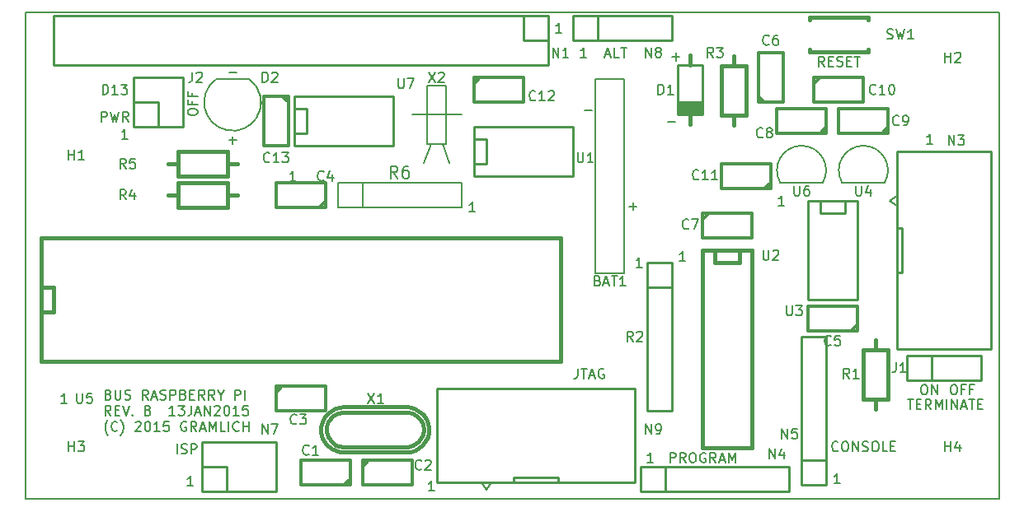
<source format=gto>
%FSLAX36Y36*%
G04 Gerber Fmt 3.6, Leading zero omitted, Abs format (unit inch)*
G04 Created by KiCad (PCBNEW (2014-jul-16 BZR unknown)-product) date Tue 13 Jan 2015 03:14:55 PM PST*
%MOIN*%
G01*
G04 APERTURE LIST*
%ADD10C,0.003937*%
%ADD11C,0.008000*%
%ADD12C,0.007874*%
%ADD13C,0.012000*%
%ADD14C,0.015000*%
%ADD15C,0.010000*%
%ADD16C,0.005906*%
G04 APERTURE END LIST*
D10*
D11*
X6197524Y-4330857D02*
X6228000Y-4330857D01*
X6378524Y-4721857D02*
X6409000Y-4721857D01*
X6393762Y-4737095D02*
X6393762Y-4706619D01*
X5030476Y-4618095D02*
X5007619Y-4618095D01*
X5019048Y-4618095D02*
X5019048Y-4578095D01*
X5015238Y-4583810D01*
X5011429Y-4587619D01*
X5007619Y-4589524D01*
X7503810Y-5503095D02*
X7526667Y-5503095D01*
X7515238Y-5543095D02*
X7515238Y-5503095D01*
X7540000Y-5522143D02*
X7553333Y-5522143D01*
X7559048Y-5543095D02*
X7540000Y-5543095D01*
X7540000Y-5503095D01*
X7559048Y-5503095D01*
X7599048Y-5543095D02*
X7585714Y-5524048D01*
X7576190Y-5543095D02*
X7576190Y-5503095D01*
X7591429Y-5503095D01*
X7595238Y-5505000D01*
X7597143Y-5506905D01*
X7599048Y-5510714D01*
X7599048Y-5516429D01*
X7597143Y-5520238D01*
X7595238Y-5522143D01*
X7591429Y-5524048D01*
X7576190Y-5524048D01*
X7616190Y-5543095D02*
X7616190Y-5503095D01*
X7629524Y-5531667D01*
X7642857Y-5503095D01*
X7642857Y-5543095D01*
X7661905Y-5543095D02*
X7661905Y-5503095D01*
X7680952Y-5543095D02*
X7680952Y-5503095D01*
X7703810Y-5543095D01*
X7703810Y-5503095D01*
X7720952Y-5531667D02*
X7740000Y-5531667D01*
X7717143Y-5543095D02*
X7730476Y-5503095D01*
X7743810Y-5543095D01*
X7751429Y-5503095D02*
X7774286Y-5503095D01*
X7762857Y-5543095D02*
X7762857Y-5503095D01*
X7787619Y-5522143D02*
X7800952Y-5522143D01*
X7806667Y-5543095D02*
X7787619Y-5543095D01*
X7787619Y-5503095D01*
X7806667Y-5503095D01*
X6205476Y-4118095D02*
X6182619Y-4118095D01*
X6194048Y-4118095D02*
X6194048Y-4078095D01*
X6190238Y-4083810D01*
X6186429Y-4087619D01*
X6182619Y-4089524D01*
X6282619Y-4106667D02*
X6301667Y-4106667D01*
X6278810Y-4118095D02*
X6292143Y-4078095D01*
X6305476Y-4118095D01*
X6337857Y-4118095D02*
X6318810Y-4118095D01*
X6318810Y-4078095D01*
X6345476Y-4078095D02*
X6368333Y-4078095D01*
X6356905Y-4118095D02*
X6356905Y-4078095D01*
X4593095Y-4342857D02*
X4593095Y-4335238D01*
X4595000Y-4331429D01*
X4598810Y-4327619D01*
X4606429Y-4325714D01*
X4619762Y-4325714D01*
X4627381Y-4327619D01*
X4631190Y-4331429D01*
X4633095Y-4335238D01*
X4633095Y-4342857D01*
X4631190Y-4346667D01*
X4627381Y-4350476D01*
X4619762Y-4352381D01*
X4606429Y-4352381D01*
X4598810Y-4350476D01*
X4595000Y-4346667D01*
X4593095Y-4342857D01*
X4612143Y-4295238D02*
X4612143Y-4308571D01*
X4633095Y-4308571D02*
X4593095Y-4308571D01*
X4593095Y-4289524D01*
X4612143Y-4260952D02*
X4612143Y-4274286D01*
X4633095Y-4274286D02*
X4593095Y-4274286D01*
X4593095Y-4255238D01*
X4249524Y-4268095D02*
X4249524Y-4228095D01*
X4259048Y-4228095D01*
X4264762Y-4230000D01*
X4268571Y-4233810D01*
X4270476Y-4237619D01*
X4272381Y-4245238D01*
X4272381Y-4250952D01*
X4270476Y-4258571D01*
X4268571Y-4262381D01*
X4264762Y-4266190D01*
X4259048Y-4268095D01*
X4249524Y-4268095D01*
X4310476Y-4268095D02*
X4287619Y-4268095D01*
X4299048Y-4268095D02*
X4299048Y-4228095D01*
X4295238Y-4233810D01*
X4291429Y-4237619D01*
X4287619Y-4239524D01*
X4323810Y-4228095D02*
X4348571Y-4228095D01*
X4335238Y-4243333D01*
X4340952Y-4243333D01*
X4344762Y-4245238D01*
X4346667Y-4247143D01*
X4348571Y-4250952D01*
X4348571Y-4260476D01*
X4346667Y-4264286D01*
X4344762Y-4266190D01*
X4340952Y-4268095D01*
X4329524Y-4268095D01*
X4325714Y-4266190D01*
X4323810Y-4264286D01*
X7005476Y-4718095D02*
X6982619Y-4718095D01*
X6994048Y-4718095D02*
X6994048Y-4678095D01*
X6990238Y-4683810D01*
X6986429Y-4687619D01*
X6982619Y-4689524D01*
X6430476Y-4968095D02*
X6407619Y-4968095D01*
X6419048Y-4968095D02*
X6419048Y-4928095D01*
X6415238Y-4933810D01*
X6411429Y-4937619D01*
X6407619Y-4939524D01*
X5590476Y-5873095D02*
X5567619Y-5873095D01*
X5579048Y-5873095D02*
X5579048Y-5833095D01*
X5575238Y-5838810D01*
X5571429Y-5842619D01*
X5567619Y-5844524D01*
X7605476Y-4468095D02*
X7582619Y-4468095D01*
X7594048Y-4468095D02*
X7594048Y-4428095D01*
X7590238Y-4433810D01*
X7586429Y-4437619D01*
X7582619Y-4439524D01*
X4615476Y-5853095D02*
X4592619Y-5853095D01*
X4604048Y-5853095D02*
X4604048Y-5813095D01*
X4600238Y-5818810D01*
X4596429Y-5822619D01*
X4592619Y-5824524D01*
X6475476Y-5758095D02*
X6452619Y-5758095D01*
X6464048Y-5758095D02*
X6464048Y-5718095D01*
X6460238Y-5723810D01*
X6456429Y-5727619D01*
X6452619Y-5729524D01*
X7567143Y-5443095D02*
X7574762Y-5443095D01*
X7578571Y-5445000D01*
X7582381Y-5448810D01*
X7584286Y-5456429D01*
X7584286Y-5469762D01*
X7582381Y-5477381D01*
X7578571Y-5481190D01*
X7574762Y-5483095D01*
X7567143Y-5483095D01*
X7563333Y-5481190D01*
X7559524Y-5477381D01*
X7557619Y-5469762D01*
X7557619Y-5456429D01*
X7559524Y-5448810D01*
X7563333Y-5445000D01*
X7567143Y-5443095D01*
X7601429Y-5483095D02*
X7601429Y-5443095D01*
X7624286Y-5483095D01*
X7624286Y-5443095D01*
X7687143Y-5443095D02*
X7694762Y-5443095D01*
X7698571Y-5445000D01*
X7702381Y-5448810D01*
X7704286Y-5456429D01*
X7704286Y-5469762D01*
X7702381Y-5477381D01*
X7698571Y-5481190D01*
X7694762Y-5483095D01*
X7687143Y-5483095D01*
X7683333Y-5481190D01*
X7679524Y-5477381D01*
X7677619Y-5469762D01*
X7677619Y-5456429D01*
X7679524Y-5448810D01*
X7683333Y-5445000D01*
X7687143Y-5443095D01*
X7734762Y-5462143D02*
X7721429Y-5462143D01*
X7721429Y-5483095D02*
X7721429Y-5443095D01*
X7740476Y-5443095D01*
X7769048Y-5462143D02*
X7755714Y-5462143D01*
X7755714Y-5483095D02*
X7755714Y-5443095D01*
X7774762Y-5443095D01*
X6105476Y-4018095D02*
X6082619Y-4018095D01*
X6094048Y-4018095D02*
X6094048Y-3978095D01*
X6090238Y-3983810D01*
X6086429Y-3987619D01*
X6082619Y-3989524D01*
X7230476Y-5843095D02*
X7207619Y-5843095D01*
X7219048Y-5843095D02*
X7219048Y-5803095D01*
X7215238Y-5808810D01*
X7211429Y-5812619D01*
X7207619Y-5814524D01*
X7167381Y-4154095D02*
X7154048Y-4135048D01*
X7144524Y-4154095D02*
X7144524Y-4114095D01*
X7159762Y-4114095D01*
X7163571Y-4116000D01*
X7165476Y-4117905D01*
X7167381Y-4121714D01*
X7167381Y-4127429D01*
X7165476Y-4131238D01*
X7163571Y-4133143D01*
X7159762Y-4135048D01*
X7144524Y-4135048D01*
X7184524Y-4133143D02*
X7197857Y-4133143D01*
X7203571Y-4154095D02*
X7184524Y-4154095D01*
X7184524Y-4114095D01*
X7203571Y-4114095D01*
X7218810Y-4152190D02*
X7224524Y-4154095D01*
X7234048Y-4154095D01*
X7237857Y-4152190D01*
X7239762Y-4150286D01*
X7241667Y-4146476D01*
X7241667Y-4142667D01*
X7239762Y-4138857D01*
X7237857Y-4136952D01*
X7234048Y-4135048D01*
X7226429Y-4133143D01*
X7222619Y-4131238D01*
X7220714Y-4129333D01*
X7218810Y-4125524D01*
X7218810Y-4121714D01*
X7220714Y-4117905D01*
X7222619Y-4116000D01*
X7226429Y-4114095D01*
X7235952Y-4114095D01*
X7241667Y-4116000D01*
X7258810Y-4133143D02*
X7272143Y-4133143D01*
X7277857Y-4154095D02*
X7258810Y-4154095D01*
X7258810Y-4114095D01*
X7277857Y-4114095D01*
X7289286Y-4114095D02*
X7312143Y-4114095D01*
X7300714Y-4154095D02*
X7300714Y-4114095D01*
D12*
X3937008Y-5905512D02*
X3937008Y-3937008D01*
X7874016Y-5905512D02*
X3937008Y-5905512D01*
X7874016Y-3937008D02*
X7874016Y-5905512D01*
X3937008Y-3937008D02*
X7874016Y-3937008D01*
D11*
X4244524Y-4378095D02*
X4244524Y-4338095D01*
X4259762Y-4338095D01*
X4263571Y-4340000D01*
X4265476Y-4341905D01*
X4267381Y-4345714D01*
X4267381Y-4351429D01*
X4265476Y-4355238D01*
X4263571Y-4357143D01*
X4259762Y-4359048D01*
X4244524Y-4359048D01*
X4280714Y-4338095D02*
X4290238Y-4378095D01*
X4297857Y-4349524D01*
X4305476Y-4378095D01*
X4315000Y-4338095D01*
X4353095Y-4378095D02*
X4339762Y-4359048D01*
X4330238Y-4378095D02*
X4330238Y-4338095D01*
X4345476Y-4338095D01*
X4349286Y-4340000D01*
X4351190Y-4341905D01*
X4353095Y-4345714D01*
X4353095Y-4351429D01*
X4351190Y-4355238D01*
X4349286Y-4357143D01*
X4345476Y-4359048D01*
X4330238Y-4359048D01*
X7222381Y-5709286D02*
X7220476Y-5711190D01*
X7214762Y-5713095D01*
X7210952Y-5713095D01*
X7205238Y-5711190D01*
X7201429Y-5707381D01*
X7199524Y-5703571D01*
X7197619Y-5695952D01*
X7197619Y-5690238D01*
X7199524Y-5682619D01*
X7201429Y-5678810D01*
X7205238Y-5675000D01*
X7210952Y-5673095D01*
X7214762Y-5673095D01*
X7220476Y-5675000D01*
X7222381Y-5676905D01*
X7247143Y-5673095D02*
X7254762Y-5673095D01*
X7258571Y-5675000D01*
X7262381Y-5678810D01*
X7264286Y-5686429D01*
X7264286Y-5699762D01*
X7262381Y-5707381D01*
X7258571Y-5711190D01*
X7254762Y-5713095D01*
X7247143Y-5713095D01*
X7243333Y-5711190D01*
X7239524Y-5707381D01*
X7237619Y-5699762D01*
X7237619Y-5686429D01*
X7239524Y-5678810D01*
X7243333Y-5675000D01*
X7247143Y-5673095D01*
X7281429Y-5713095D02*
X7281429Y-5673095D01*
X7304286Y-5713095D01*
X7304286Y-5673095D01*
X7321429Y-5711190D02*
X7327143Y-5713095D01*
X7336667Y-5713095D01*
X7340476Y-5711190D01*
X7342381Y-5709286D01*
X7344286Y-5705476D01*
X7344286Y-5701667D01*
X7342381Y-5697857D01*
X7340476Y-5695952D01*
X7336667Y-5694048D01*
X7329048Y-5692143D01*
X7325238Y-5690238D01*
X7323333Y-5688333D01*
X7321429Y-5684524D01*
X7321429Y-5680714D01*
X7323333Y-5676905D01*
X7325238Y-5675000D01*
X7329048Y-5673095D01*
X7338571Y-5673095D01*
X7344286Y-5675000D01*
X7369048Y-5673095D02*
X7376667Y-5673095D01*
X7380476Y-5675000D01*
X7384286Y-5678810D01*
X7386190Y-5686429D01*
X7386190Y-5699762D01*
X7384286Y-5707381D01*
X7380476Y-5711190D01*
X7376667Y-5713095D01*
X7369048Y-5713095D01*
X7365238Y-5711190D01*
X7361429Y-5707381D01*
X7359524Y-5699762D01*
X7359524Y-5686429D01*
X7361429Y-5678810D01*
X7365238Y-5675000D01*
X7369048Y-5673095D01*
X7422381Y-5713095D02*
X7403333Y-5713095D01*
X7403333Y-5673095D01*
X7435714Y-5692143D02*
X7449048Y-5692143D01*
X7454762Y-5713095D02*
X7435714Y-5713095D01*
X7435714Y-5673095D01*
X7454762Y-5673095D01*
X4549524Y-5723095D02*
X4549524Y-5683095D01*
X4566667Y-5721190D02*
X4572381Y-5723095D01*
X4581905Y-5723095D01*
X4585714Y-5721190D01*
X4587619Y-5719286D01*
X4589524Y-5715476D01*
X4589524Y-5711667D01*
X4587619Y-5707857D01*
X4585714Y-5705952D01*
X4581905Y-5704048D01*
X4574286Y-5702143D01*
X4570476Y-5700238D01*
X4568571Y-5698333D01*
X4566667Y-5694524D01*
X4566667Y-5690714D01*
X4568571Y-5686905D01*
X4570476Y-5685000D01*
X4574286Y-5683095D01*
X4583810Y-5683095D01*
X4589524Y-5685000D01*
X4606667Y-5723095D02*
X4606667Y-5683095D01*
X4621905Y-5683095D01*
X4625714Y-5685000D01*
X4627619Y-5686905D01*
X4629524Y-5690714D01*
X4629524Y-5696429D01*
X4627619Y-5700238D01*
X4625714Y-5702143D01*
X4621905Y-5704048D01*
X4606667Y-5704048D01*
X6170952Y-5378095D02*
X6170952Y-5406667D01*
X6169048Y-5412381D01*
X6165238Y-5416190D01*
X6159524Y-5418095D01*
X6155714Y-5418095D01*
X6184286Y-5378095D02*
X6207143Y-5378095D01*
X6195714Y-5418095D02*
X6195714Y-5378095D01*
X6218571Y-5406667D02*
X6237619Y-5406667D01*
X6214762Y-5418095D02*
X6228095Y-5378095D01*
X6241429Y-5418095D01*
X6275714Y-5380000D02*
X6271905Y-5378095D01*
X6266190Y-5378095D01*
X6260476Y-5380000D01*
X6256667Y-5383810D01*
X6254762Y-5387619D01*
X6252857Y-5395238D01*
X6252857Y-5400952D01*
X6254762Y-5408571D01*
X6256667Y-5412381D01*
X6260476Y-5416190D01*
X6266190Y-5418095D01*
X6270000Y-5418095D01*
X6275714Y-5416190D01*
X6277619Y-5414286D01*
X6277619Y-5400952D01*
X6270000Y-5400952D01*
X5755476Y-4743095D02*
X5732619Y-4743095D01*
X5744048Y-4743095D02*
X5744048Y-4703095D01*
X5740238Y-4708810D01*
X5736429Y-4712619D01*
X5732619Y-4714524D01*
X4350476Y-4448095D02*
X4327619Y-4448095D01*
X4339048Y-4448095D02*
X4339048Y-4408095D01*
X4335238Y-4413810D01*
X4331429Y-4417619D01*
X4327619Y-4419524D01*
X6605476Y-4943095D02*
X6582619Y-4943095D01*
X6594048Y-4943095D02*
X6594048Y-4903095D01*
X6590238Y-4908810D01*
X6586429Y-4912619D01*
X6582619Y-4914524D01*
X4105476Y-5518095D02*
X4082619Y-5518095D01*
X4094048Y-5518095D02*
X4094048Y-5478095D01*
X4090238Y-5483810D01*
X4086429Y-5487619D01*
X4082619Y-5489524D01*
X6543524Y-5759095D02*
X6543524Y-5719095D01*
X6558762Y-5719095D01*
X6562571Y-5721000D01*
X6564476Y-5722905D01*
X6566381Y-5726714D01*
X6566381Y-5732429D01*
X6564476Y-5736238D01*
X6562571Y-5738143D01*
X6558762Y-5740048D01*
X6543524Y-5740048D01*
X6606381Y-5759095D02*
X6593048Y-5740048D01*
X6583524Y-5759095D02*
X6583524Y-5719095D01*
X6598762Y-5719095D01*
X6602571Y-5721000D01*
X6604476Y-5722905D01*
X6606381Y-5726714D01*
X6606381Y-5732429D01*
X6604476Y-5736238D01*
X6602571Y-5738143D01*
X6598762Y-5740048D01*
X6583524Y-5740048D01*
X6631143Y-5719095D02*
X6638762Y-5719095D01*
X6642571Y-5721000D01*
X6646381Y-5724810D01*
X6648286Y-5732429D01*
X6648286Y-5745762D01*
X6646381Y-5753381D01*
X6642571Y-5757190D01*
X6638762Y-5759095D01*
X6631143Y-5759095D01*
X6627333Y-5757190D01*
X6623524Y-5753381D01*
X6621619Y-5745762D01*
X6621619Y-5732429D01*
X6623524Y-5724810D01*
X6627333Y-5721000D01*
X6631143Y-5719095D01*
X6686381Y-5721000D02*
X6682571Y-5719095D01*
X6676857Y-5719095D01*
X6671143Y-5721000D01*
X6667333Y-5724810D01*
X6665429Y-5728619D01*
X6663524Y-5736238D01*
X6663524Y-5741952D01*
X6665429Y-5749571D01*
X6667333Y-5753381D01*
X6671143Y-5757190D01*
X6676857Y-5759095D01*
X6680667Y-5759095D01*
X6686381Y-5757190D01*
X6688286Y-5755286D01*
X6688286Y-5741952D01*
X6680667Y-5741952D01*
X6728286Y-5759095D02*
X6714952Y-5740048D01*
X6705429Y-5759095D02*
X6705429Y-5719095D01*
X6720667Y-5719095D01*
X6724476Y-5721000D01*
X6726381Y-5722905D01*
X6728286Y-5726714D01*
X6728286Y-5732429D01*
X6726381Y-5736238D01*
X6724476Y-5738143D01*
X6720667Y-5740048D01*
X6705429Y-5740048D01*
X6743524Y-5747667D02*
X6762571Y-5747667D01*
X6739714Y-5759095D02*
X6753048Y-5719095D01*
X6766381Y-5759095D01*
X6779714Y-5759095D02*
X6779714Y-5719095D01*
X6793048Y-5747667D01*
X6806381Y-5719095D01*
X6806381Y-5759095D01*
X4272857Y-5483143D02*
X4278571Y-5485048D01*
X4280476Y-5486952D01*
X4282381Y-5490762D01*
X4282381Y-5496476D01*
X4280476Y-5500286D01*
X4278571Y-5502190D01*
X4274762Y-5504095D01*
X4259524Y-5504095D01*
X4259524Y-5464095D01*
X4272857Y-5464095D01*
X4276667Y-5466000D01*
X4278571Y-5467905D01*
X4280476Y-5471714D01*
X4280476Y-5475524D01*
X4278571Y-5479333D01*
X4276667Y-5481238D01*
X4272857Y-5483143D01*
X4259524Y-5483143D01*
X4299524Y-5464095D02*
X4299524Y-5496476D01*
X4301429Y-5500286D01*
X4303333Y-5502190D01*
X4307143Y-5504095D01*
X4314762Y-5504095D01*
X4318571Y-5502190D01*
X4320476Y-5500286D01*
X4322381Y-5496476D01*
X4322381Y-5464095D01*
X4339524Y-5502190D02*
X4345238Y-5504095D01*
X4354762Y-5504095D01*
X4358571Y-5502190D01*
X4360476Y-5500286D01*
X4362381Y-5496476D01*
X4362381Y-5492667D01*
X4360476Y-5488857D01*
X4358571Y-5486952D01*
X4354762Y-5485048D01*
X4347143Y-5483143D01*
X4343333Y-5481238D01*
X4341429Y-5479333D01*
X4339524Y-5475524D01*
X4339524Y-5471714D01*
X4341429Y-5467905D01*
X4343333Y-5466000D01*
X4347143Y-5464095D01*
X4356667Y-5464095D01*
X4362381Y-5466000D01*
X4432857Y-5504095D02*
X4419524Y-5485048D01*
X4410000Y-5504095D02*
X4410000Y-5464095D01*
X4425238Y-5464095D01*
X4429048Y-5466000D01*
X4430952Y-5467905D01*
X4432857Y-5471714D01*
X4432857Y-5477429D01*
X4430952Y-5481238D01*
X4429048Y-5483143D01*
X4425238Y-5485048D01*
X4410000Y-5485048D01*
X4448095Y-5492667D02*
X4467143Y-5492667D01*
X4444286Y-5504095D02*
X4457619Y-5464095D01*
X4470952Y-5504095D01*
X4482381Y-5502190D02*
X4488095Y-5504095D01*
X4497619Y-5504095D01*
X4501429Y-5502190D01*
X4503333Y-5500286D01*
X4505238Y-5496476D01*
X4505238Y-5492667D01*
X4503333Y-5488857D01*
X4501429Y-5486952D01*
X4497619Y-5485048D01*
X4490000Y-5483143D01*
X4486190Y-5481238D01*
X4484286Y-5479333D01*
X4482381Y-5475524D01*
X4482381Y-5471714D01*
X4484286Y-5467905D01*
X4486190Y-5466000D01*
X4490000Y-5464095D01*
X4499524Y-5464095D01*
X4505238Y-5466000D01*
X4522381Y-5504095D02*
X4522381Y-5464095D01*
X4537619Y-5464095D01*
X4541429Y-5466000D01*
X4543333Y-5467905D01*
X4545238Y-5471714D01*
X4545238Y-5477429D01*
X4543333Y-5481238D01*
X4541429Y-5483143D01*
X4537619Y-5485048D01*
X4522381Y-5485048D01*
X4575714Y-5483143D02*
X4581429Y-5485048D01*
X4583333Y-5486952D01*
X4585238Y-5490762D01*
X4585238Y-5496476D01*
X4583333Y-5500286D01*
X4581429Y-5502190D01*
X4577619Y-5504095D01*
X4562381Y-5504095D01*
X4562381Y-5464095D01*
X4575714Y-5464095D01*
X4579524Y-5466000D01*
X4581429Y-5467905D01*
X4583333Y-5471714D01*
X4583333Y-5475524D01*
X4581429Y-5479333D01*
X4579524Y-5481238D01*
X4575714Y-5483143D01*
X4562381Y-5483143D01*
X4602381Y-5483143D02*
X4615714Y-5483143D01*
X4621429Y-5504095D02*
X4602381Y-5504095D01*
X4602381Y-5464095D01*
X4621429Y-5464095D01*
X4661429Y-5504095D02*
X4648095Y-5485048D01*
X4638571Y-5504095D02*
X4638571Y-5464095D01*
X4653809Y-5464095D01*
X4657619Y-5466000D01*
X4659524Y-5467905D01*
X4661429Y-5471714D01*
X4661429Y-5477429D01*
X4659524Y-5481238D01*
X4657619Y-5483143D01*
X4653809Y-5485048D01*
X4638571Y-5485048D01*
X4701429Y-5504095D02*
X4688095Y-5485048D01*
X4678571Y-5504095D02*
X4678571Y-5464095D01*
X4693809Y-5464095D01*
X4697619Y-5466000D01*
X4699524Y-5467905D01*
X4701429Y-5471714D01*
X4701429Y-5477429D01*
X4699524Y-5481238D01*
X4697619Y-5483143D01*
X4693809Y-5485048D01*
X4678571Y-5485048D01*
X4726190Y-5485048D02*
X4726190Y-5504095D01*
X4712857Y-5464095D02*
X4726190Y-5485048D01*
X4739524Y-5464095D01*
X4783333Y-5504095D02*
X4783333Y-5464095D01*
X4798571Y-5464095D01*
X4802381Y-5466000D01*
X4804286Y-5467905D01*
X4806190Y-5471714D01*
X4806190Y-5477429D01*
X4804286Y-5481238D01*
X4802381Y-5483143D01*
X4798571Y-5485048D01*
X4783333Y-5485048D01*
X4823333Y-5504095D02*
X4823333Y-5464095D01*
X4282381Y-5568095D02*
X4269048Y-5549048D01*
X4259524Y-5568095D02*
X4259524Y-5528095D01*
X4274762Y-5528095D01*
X4278571Y-5530000D01*
X4280476Y-5531905D01*
X4282381Y-5535714D01*
X4282381Y-5541429D01*
X4280476Y-5545238D01*
X4278571Y-5547143D01*
X4274762Y-5549048D01*
X4259524Y-5549048D01*
X4299524Y-5547143D02*
X4312857Y-5547143D01*
X4318571Y-5568095D02*
X4299524Y-5568095D01*
X4299524Y-5528095D01*
X4318571Y-5528095D01*
X4330000Y-5528095D02*
X4343333Y-5568095D01*
X4356667Y-5528095D01*
X4370000Y-5564286D02*
X4371905Y-5566190D01*
X4370000Y-5568095D01*
X4368095Y-5566190D01*
X4370000Y-5564286D01*
X4370000Y-5568095D01*
X4432857Y-5547143D02*
X4438571Y-5549048D01*
X4440476Y-5550952D01*
X4442381Y-5554762D01*
X4442381Y-5560476D01*
X4440476Y-5564286D01*
X4438571Y-5566190D01*
X4434762Y-5568095D01*
X4419524Y-5568095D01*
X4419524Y-5528095D01*
X4432857Y-5528095D01*
X4436667Y-5530000D01*
X4438571Y-5531905D01*
X4440476Y-5535714D01*
X4440476Y-5539524D01*
X4438571Y-5543333D01*
X4436667Y-5545238D01*
X4432857Y-5547143D01*
X4419524Y-5547143D01*
X4541429Y-5568095D02*
X4518571Y-5568095D01*
X4530000Y-5568095D02*
X4530000Y-5528095D01*
X4526190Y-5533810D01*
X4522381Y-5537619D01*
X4518571Y-5539524D01*
X4554762Y-5528095D02*
X4579524Y-5528095D01*
X4566190Y-5543333D01*
X4571905Y-5543333D01*
X4575714Y-5545238D01*
X4577619Y-5547143D01*
X4579524Y-5550952D01*
X4579524Y-5560476D01*
X4577619Y-5564286D01*
X4575714Y-5566190D01*
X4571905Y-5568095D01*
X4560476Y-5568095D01*
X4556667Y-5566190D01*
X4554762Y-5564286D01*
X4608095Y-5528095D02*
X4608095Y-5556667D01*
X4606190Y-5562381D01*
X4602381Y-5566190D01*
X4596667Y-5568095D01*
X4592857Y-5568095D01*
X4625238Y-5556667D02*
X4644286Y-5556667D01*
X4621429Y-5568095D02*
X4634762Y-5528095D01*
X4648095Y-5568095D01*
X4661429Y-5568095D02*
X4661429Y-5528095D01*
X4684286Y-5568095D01*
X4684286Y-5528095D01*
X4701429Y-5531905D02*
X4703333Y-5530000D01*
X4707143Y-5528095D01*
X4716667Y-5528095D01*
X4720476Y-5530000D01*
X4722381Y-5531905D01*
X4724286Y-5535714D01*
X4724286Y-5539524D01*
X4722381Y-5545238D01*
X4699524Y-5568095D01*
X4724286Y-5568095D01*
X4749048Y-5528095D02*
X4752857Y-5528095D01*
X4756667Y-5530000D01*
X4758571Y-5531905D01*
X4760476Y-5535714D01*
X4762381Y-5543333D01*
X4762381Y-5552857D01*
X4760476Y-5560476D01*
X4758571Y-5564286D01*
X4756667Y-5566190D01*
X4752857Y-5568095D01*
X4749048Y-5568095D01*
X4745238Y-5566190D01*
X4743333Y-5564286D01*
X4741429Y-5560476D01*
X4739524Y-5552857D01*
X4739524Y-5543333D01*
X4741429Y-5535714D01*
X4743333Y-5531905D01*
X4745238Y-5530000D01*
X4749048Y-5528095D01*
X4800476Y-5568095D02*
X4777619Y-5568095D01*
X4789048Y-5568095D02*
X4789048Y-5528095D01*
X4785238Y-5533810D01*
X4781429Y-5537619D01*
X4777619Y-5539524D01*
X4836667Y-5528095D02*
X4817619Y-5528095D01*
X4815714Y-5547143D01*
X4817619Y-5545238D01*
X4821429Y-5543333D01*
X4830952Y-5543333D01*
X4834762Y-5545238D01*
X4836667Y-5547143D01*
X4838571Y-5550952D01*
X4838571Y-5560476D01*
X4836667Y-5564286D01*
X4834762Y-5566190D01*
X4830952Y-5568095D01*
X4821429Y-5568095D01*
X4817619Y-5566190D01*
X4815714Y-5564286D01*
X4270952Y-5647333D02*
X4269048Y-5645429D01*
X4265238Y-5639714D01*
X4263333Y-5635905D01*
X4261429Y-5630190D01*
X4259524Y-5620667D01*
X4259524Y-5613048D01*
X4261429Y-5603524D01*
X4263333Y-5597810D01*
X4265238Y-5594000D01*
X4269048Y-5588286D01*
X4270952Y-5586381D01*
X4309048Y-5628286D02*
X4307143Y-5630190D01*
X4301429Y-5632095D01*
X4297619Y-5632095D01*
X4291905Y-5630190D01*
X4288095Y-5626381D01*
X4286190Y-5622571D01*
X4284286Y-5614952D01*
X4284286Y-5609238D01*
X4286190Y-5601619D01*
X4288095Y-5597810D01*
X4291905Y-5594000D01*
X4297619Y-5592095D01*
X4301429Y-5592095D01*
X4307143Y-5594000D01*
X4309048Y-5595905D01*
X4322381Y-5647333D02*
X4324286Y-5645429D01*
X4328095Y-5639714D01*
X4330000Y-5635905D01*
X4331905Y-5630190D01*
X4333810Y-5620667D01*
X4333810Y-5613048D01*
X4331905Y-5603524D01*
X4330000Y-5597810D01*
X4328095Y-5594000D01*
X4324286Y-5588286D01*
X4322381Y-5586381D01*
X4381429Y-5595905D02*
X4383333Y-5594000D01*
X4387143Y-5592095D01*
X4396667Y-5592095D01*
X4400476Y-5594000D01*
X4402381Y-5595905D01*
X4404286Y-5599714D01*
X4404286Y-5603524D01*
X4402381Y-5609238D01*
X4379524Y-5632095D01*
X4404286Y-5632095D01*
X4429048Y-5592095D02*
X4432857Y-5592095D01*
X4436667Y-5594000D01*
X4438571Y-5595905D01*
X4440476Y-5599714D01*
X4442381Y-5607333D01*
X4442381Y-5616857D01*
X4440476Y-5624476D01*
X4438571Y-5628286D01*
X4436667Y-5630190D01*
X4432857Y-5632095D01*
X4429048Y-5632095D01*
X4425238Y-5630190D01*
X4423333Y-5628286D01*
X4421429Y-5624476D01*
X4419524Y-5616857D01*
X4419524Y-5607333D01*
X4421429Y-5599714D01*
X4423333Y-5595905D01*
X4425238Y-5594000D01*
X4429048Y-5592095D01*
X4480476Y-5632095D02*
X4457619Y-5632095D01*
X4469048Y-5632095D02*
X4469048Y-5592095D01*
X4465238Y-5597810D01*
X4461429Y-5601619D01*
X4457619Y-5603524D01*
X4516667Y-5592095D02*
X4497619Y-5592095D01*
X4495714Y-5611143D01*
X4497619Y-5609238D01*
X4501429Y-5607333D01*
X4510952Y-5607333D01*
X4514762Y-5609238D01*
X4516667Y-5611143D01*
X4518571Y-5614952D01*
X4518571Y-5624476D01*
X4516667Y-5628286D01*
X4514762Y-5630190D01*
X4510952Y-5632095D01*
X4501429Y-5632095D01*
X4497619Y-5630190D01*
X4495714Y-5628286D01*
X4587143Y-5594000D02*
X4583333Y-5592095D01*
X4577619Y-5592095D01*
X4571905Y-5594000D01*
X4568095Y-5597810D01*
X4566190Y-5601619D01*
X4564286Y-5609238D01*
X4564286Y-5614952D01*
X4566190Y-5622571D01*
X4568095Y-5626381D01*
X4571905Y-5630190D01*
X4577619Y-5632095D01*
X4581429Y-5632095D01*
X4587143Y-5630190D01*
X4589048Y-5628286D01*
X4589048Y-5614952D01*
X4581429Y-5614952D01*
X4629048Y-5632095D02*
X4615714Y-5613048D01*
X4606190Y-5632095D02*
X4606190Y-5592095D01*
X4621429Y-5592095D01*
X4625238Y-5594000D01*
X4627143Y-5595905D01*
X4629048Y-5599714D01*
X4629048Y-5605429D01*
X4627143Y-5609238D01*
X4625238Y-5611143D01*
X4621429Y-5613048D01*
X4606190Y-5613048D01*
X4644286Y-5620667D02*
X4663333Y-5620667D01*
X4640476Y-5632095D02*
X4653809Y-5592095D01*
X4667143Y-5632095D01*
X4680476Y-5632095D02*
X4680476Y-5592095D01*
X4693809Y-5620667D01*
X4707143Y-5592095D01*
X4707143Y-5632095D01*
X4745238Y-5632095D02*
X4726190Y-5632095D01*
X4726190Y-5592095D01*
X4758571Y-5632095D02*
X4758571Y-5592095D01*
X4800476Y-5628286D02*
X4798571Y-5630190D01*
X4792857Y-5632095D01*
X4789048Y-5632095D01*
X4783333Y-5630190D01*
X4779524Y-5626381D01*
X4777619Y-5622571D01*
X4775714Y-5614952D01*
X4775714Y-5609238D01*
X4777619Y-5601619D01*
X4779524Y-5597810D01*
X4783333Y-5594000D01*
X4789048Y-5592095D01*
X4792857Y-5592095D01*
X4798571Y-5594000D01*
X4800476Y-5595905D01*
X4817619Y-5632095D02*
X4817619Y-5592095D01*
X4817619Y-5611143D02*
X4840476Y-5611143D01*
X4840476Y-5632095D02*
X4840476Y-5592095D01*
D13*
X5248000Y-5850000D02*
X5050000Y-5850000D01*
X5050000Y-5850000D02*
X5050000Y-5750000D01*
X5050000Y-5750000D02*
X5250000Y-5750000D01*
X5250000Y-5750000D02*
X5250000Y-5850000D01*
X5250000Y-5825000D02*
X5225000Y-5850000D01*
X5302000Y-5750000D02*
X5500000Y-5750000D01*
X5500000Y-5750000D02*
X5500000Y-5850000D01*
X5500000Y-5850000D02*
X5300000Y-5850000D01*
X5300000Y-5850000D02*
X5300000Y-5750000D01*
X5300000Y-5775000D02*
X5325000Y-5750000D01*
X4952000Y-5450000D02*
X5150000Y-5450000D01*
X5150000Y-5450000D02*
X5150000Y-5550000D01*
X5150000Y-5550000D02*
X4950000Y-5550000D01*
X4950000Y-5550000D02*
X4950000Y-5450000D01*
X4950000Y-5475000D02*
X4975000Y-5450000D01*
X5148000Y-4725000D02*
X4950000Y-4725000D01*
X4950000Y-4725000D02*
X4950000Y-4625000D01*
X4950000Y-4625000D02*
X5150000Y-4625000D01*
X5150000Y-4625000D02*
X5150000Y-4725000D01*
X5150000Y-4700000D02*
X5125000Y-4725000D01*
X7298000Y-5225000D02*
X7100000Y-5225000D01*
X7100000Y-5225000D02*
X7100000Y-5125000D01*
X7100000Y-5125000D02*
X7300000Y-5125000D01*
X7300000Y-5125000D02*
X7300000Y-5225000D01*
X7300000Y-5200000D02*
X7275000Y-5225000D01*
X6900000Y-4298000D02*
X6900000Y-4100000D01*
X6900000Y-4100000D02*
X7000000Y-4100000D01*
X7000000Y-4100000D02*
X7000000Y-4300000D01*
X7000000Y-4300000D02*
X6900000Y-4300000D01*
X6925000Y-4300000D02*
X6900000Y-4275000D01*
X6677000Y-4750000D02*
X6875000Y-4750000D01*
X6875000Y-4750000D02*
X6875000Y-4850000D01*
X6875000Y-4850000D02*
X6675000Y-4850000D01*
X6675000Y-4850000D02*
X6675000Y-4750000D01*
X6675000Y-4775000D02*
X6700000Y-4750000D01*
X7173000Y-4425000D02*
X6975000Y-4425000D01*
X6975000Y-4425000D02*
X6975000Y-4325000D01*
X6975000Y-4325000D02*
X7175000Y-4325000D01*
X7175000Y-4325000D02*
X7175000Y-4425000D01*
X7175000Y-4400000D02*
X7150000Y-4425000D01*
X7423000Y-4425000D02*
X7225000Y-4425000D01*
X7225000Y-4425000D02*
X7225000Y-4325000D01*
X7225000Y-4325000D02*
X7425000Y-4325000D01*
X7425000Y-4325000D02*
X7425000Y-4425000D01*
X7425000Y-4400000D02*
X7400000Y-4425000D01*
X7127000Y-4200000D02*
X7325000Y-4200000D01*
X7325000Y-4200000D02*
X7325000Y-4300000D01*
X7325000Y-4300000D02*
X7125000Y-4300000D01*
X7125000Y-4300000D02*
X7125000Y-4200000D01*
X7125000Y-4225000D02*
X7150000Y-4200000D01*
X6948000Y-4650000D02*
X6750000Y-4650000D01*
X6750000Y-4650000D02*
X6750000Y-4550000D01*
X6750000Y-4550000D02*
X6950000Y-4550000D01*
X6950000Y-4550000D02*
X6950000Y-4650000D01*
X6950000Y-4625000D02*
X6925000Y-4650000D01*
X5752000Y-4200000D02*
X5950000Y-4200000D01*
X5950000Y-4200000D02*
X5950000Y-4300000D01*
X5950000Y-4300000D02*
X5750000Y-4300000D01*
X5750000Y-4300000D02*
X5750000Y-4200000D01*
X5750000Y-4225000D02*
X5775000Y-4200000D01*
X5000000Y-4277000D02*
X5000000Y-4475000D01*
X5000000Y-4475000D02*
X4900000Y-4475000D01*
X4900000Y-4475000D02*
X4900000Y-4275000D01*
X4900000Y-4275000D02*
X5000000Y-4275000D01*
X4975000Y-4275000D02*
X5000000Y-4300000D01*
D14*
X6625000Y-4150000D02*
X6625000Y-4110000D01*
X6625000Y-4340000D02*
X6625000Y-4390000D01*
D15*
X6675000Y-4330000D02*
X6575000Y-4330000D01*
X6675000Y-4320000D02*
X6575000Y-4320000D01*
X6675000Y-4310000D02*
X6575000Y-4310000D01*
X6675000Y-4340000D02*
X6575000Y-4340000D01*
X6675000Y-4300000D02*
X6575000Y-4350000D01*
X6675000Y-4350000D02*
X6575000Y-4300000D01*
X6675000Y-4300000D02*
X6575000Y-4300000D01*
X6675000Y-4325000D02*
X6575000Y-4325000D01*
X6575000Y-4350000D02*
X6675000Y-4350000D01*
X6675000Y-4350000D02*
X6675000Y-4150000D01*
X6675000Y-4150000D02*
X6575000Y-4150000D01*
X6575000Y-4150000D02*
X6575000Y-4350000D01*
D16*
X4870000Y-4365000D02*
G75*
G03X4840000Y-4205000I-95000J65000D01*
G74*
G01*
X4840000Y-4205000D02*
X4710000Y-4205000D01*
X4710000Y-4205000D02*
G75*
G03X4870000Y-4235000I65000J-95000D01*
G74*
G01*
D15*
X7600000Y-5425000D02*
X7800000Y-5425000D01*
X7800000Y-5425000D02*
X7800000Y-5325000D01*
X7800000Y-5325000D02*
X7600000Y-5325000D01*
X7500000Y-5325000D02*
X7600000Y-5325000D01*
X7600000Y-5325000D02*
X7600000Y-5425000D01*
X7500000Y-5325000D02*
X7500000Y-5425000D01*
X7500000Y-5425000D02*
X7600000Y-5425000D01*
X4375000Y-4300000D02*
X4375000Y-4400000D01*
X4375000Y-4400000D02*
X4475000Y-4400000D01*
X4475000Y-4400000D02*
X4475000Y-4300000D01*
X4475000Y-4300000D02*
X4375000Y-4300000D01*
X4375000Y-4300000D02*
X4375000Y-4200000D01*
X4375000Y-4200000D02*
X4575000Y-4200000D01*
X4575000Y-4200000D02*
X4575000Y-4400000D01*
X4575000Y-4400000D02*
X4475000Y-4400000D01*
X4050000Y-4150000D02*
X6050000Y-4150000D01*
X5950000Y-3950000D02*
X4050000Y-3950000D01*
X4050000Y-4150000D02*
X4050000Y-3950000D01*
X6050000Y-4150000D02*
X6050000Y-4050000D01*
X6050000Y-3950000D02*
X5950000Y-3950000D01*
X6050000Y-4050000D02*
X5950000Y-4050000D01*
X5950000Y-4050000D02*
X5950000Y-3950000D01*
X6050000Y-3950000D02*
X6050000Y-4050000D01*
D16*
X7430000Y-4700000D02*
X7460000Y-4680000D01*
X7430000Y-4700000D02*
X7460000Y-4720000D01*
D15*
X7460000Y-4990000D02*
X7480000Y-4990000D01*
X7480000Y-4990000D02*
X7480000Y-4810000D01*
X7480000Y-4810000D02*
X7460000Y-4810000D01*
X7840000Y-4500000D02*
X7840000Y-5300000D01*
X7840000Y-5300000D02*
X7460000Y-5300000D01*
X7460000Y-5300000D02*
X7460000Y-4500000D01*
X7460000Y-4500000D02*
X7840000Y-4500000D01*
X6525000Y-5775000D02*
X7025000Y-5775000D01*
X7025000Y-5775000D02*
X7025000Y-5875000D01*
X7025000Y-5875000D02*
X6525000Y-5875000D01*
X6425000Y-5775000D02*
X6525000Y-5775000D01*
X6525000Y-5775000D02*
X6525000Y-5875000D01*
X6425000Y-5775000D02*
X6425000Y-5875000D01*
X6425000Y-5875000D02*
X6525000Y-5875000D01*
X7075000Y-5750000D02*
X7075000Y-5250000D01*
X7075000Y-5250000D02*
X7175000Y-5250000D01*
X7175000Y-5250000D02*
X7175000Y-5750000D01*
X7075000Y-5850000D02*
X7075000Y-5750000D01*
X7075000Y-5750000D02*
X7175000Y-5750000D01*
X7075000Y-5850000D02*
X7175000Y-5850000D01*
X7175000Y-5850000D02*
X7175000Y-5750000D01*
X4650000Y-5775000D02*
X4750000Y-5775000D01*
X4750000Y-5775000D02*
X4750000Y-5875000D01*
X4650000Y-5875000D02*
X4950000Y-5875000D01*
X4950000Y-5875000D02*
X4950000Y-5675000D01*
X4950000Y-5675000D02*
X4750000Y-5675000D01*
X4650000Y-5875000D02*
X4650000Y-5775000D01*
X4650000Y-5675000D02*
X4650000Y-5775000D01*
X4750000Y-5675000D02*
X4650000Y-5675000D01*
X6250000Y-4050000D02*
X6550000Y-4050000D01*
X6250000Y-3950000D02*
X6550000Y-3950000D01*
X6150000Y-3950000D02*
X6250000Y-3950000D01*
X6550000Y-4050000D02*
X6550000Y-3950000D01*
X6250000Y-3950000D02*
X6250000Y-4050000D01*
X6150000Y-3950000D02*
X6150000Y-4050000D01*
X6150000Y-4050000D02*
X6250000Y-4050000D01*
D16*
X5800000Y-5870000D02*
X5780000Y-5840000D01*
X5800000Y-5870000D02*
X5820000Y-5840000D01*
D15*
X6090000Y-5840000D02*
X6090000Y-5820000D01*
X6090000Y-5820000D02*
X5910000Y-5820000D01*
X5910000Y-5820000D02*
X5910000Y-5840000D01*
X5600000Y-5460000D02*
X6400000Y-5460000D01*
X6400000Y-5460000D02*
X6400000Y-5840000D01*
X6400000Y-5840000D02*
X5600000Y-5840000D01*
X5600000Y-5840000D02*
X5600000Y-5460000D01*
D14*
X7375000Y-5303100D02*
X7375000Y-5263100D01*
X7375000Y-5503100D02*
X7375000Y-5543100D01*
X7425000Y-5303100D02*
X7425000Y-5503100D01*
X7425000Y-5503100D02*
X7325000Y-5503100D01*
X7325000Y-5503100D02*
X7325000Y-5303100D01*
X7325000Y-5303100D02*
X7425000Y-5303100D01*
D15*
X6550000Y-5050000D02*
X6550000Y-5550000D01*
X6550000Y-5550000D02*
X6450000Y-5550000D01*
X6450000Y-5550000D02*
X6450000Y-5050000D01*
X6550000Y-4950000D02*
X6550000Y-5050000D01*
X6550000Y-5050000D02*
X6450000Y-5050000D01*
X6550000Y-4950000D02*
X6450000Y-4950000D01*
X6450000Y-4950000D02*
X6450000Y-5050000D01*
D14*
X6800000Y-4153100D02*
X6800000Y-4113100D01*
X6800000Y-4353100D02*
X6800000Y-4393100D01*
X6850000Y-4153100D02*
X6850000Y-4353100D01*
X6850000Y-4353100D02*
X6750000Y-4353100D01*
X6750000Y-4353100D02*
X6750000Y-4153100D01*
X6750000Y-4153100D02*
X6850000Y-4153100D01*
X4553100Y-4675000D02*
X4513100Y-4675000D01*
X4753100Y-4675000D02*
X4793100Y-4675000D01*
X4553100Y-4625000D02*
X4753100Y-4625000D01*
X4753100Y-4625000D02*
X4753100Y-4725000D01*
X4753100Y-4725000D02*
X4553100Y-4725000D01*
X4553100Y-4725000D02*
X4553100Y-4625000D01*
X4553100Y-4550000D02*
X4513100Y-4550000D01*
X4753100Y-4550000D02*
X4793100Y-4550000D01*
X4553100Y-4500000D02*
X4753100Y-4500000D01*
X4753100Y-4500000D02*
X4753100Y-4600000D01*
X4753100Y-4600000D02*
X4553100Y-4600000D01*
X4553100Y-4600000D02*
X4553100Y-4500000D01*
X7106900Y-3956100D02*
X7106900Y-3965900D01*
X7343100Y-3956100D02*
X7343100Y-3965900D01*
X7106900Y-4093900D02*
X7106900Y-4084100D01*
X7343100Y-4093900D02*
X7343100Y-4084100D01*
X7343100Y-3956100D02*
X7106900Y-3956100D01*
X7343100Y-4093900D02*
X7106900Y-4093900D01*
D15*
X5750000Y-4450000D02*
X5800000Y-4450000D01*
X5800000Y-4450000D02*
X5800000Y-4550000D01*
X5800000Y-4550000D02*
X5750000Y-4550000D01*
X5750000Y-4400000D02*
X6150000Y-4400000D01*
X6150000Y-4400000D02*
X6150000Y-4600000D01*
X6150000Y-4600000D02*
X5750000Y-4600000D01*
X5750000Y-4600000D02*
X5750000Y-4400000D01*
D14*
X6875000Y-4900000D02*
X6875000Y-5700000D01*
X6675000Y-5700000D02*
X6675000Y-4900000D01*
X6675000Y-4900000D02*
X6875000Y-4900000D01*
X6825000Y-4900000D02*
X6825000Y-4950000D01*
X6825000Y-4950000D02*
X6725000Y-4950000D01*
X6725000Y-4950000D02*
X6725000Y-4900000D01*
X6875000Y-5700000D02*
X6675000Y-5700000D01*
D15*
X7250000Y-4700000D02*
X7250000Y-4750000D01*
X7250000Y-4750000D02*
X7150000Y-4750000D01*
X7150000Y-4750000D02*
X7150000Y-4700000D01*
X7300000Y-4700000D02*
X7300000Y-5100000D01*
X7300000Y-5100000D02*
X7100000Y-5100000D01*
X7100000Y-5100000D02*
X7100000Y-4700000D01*
X7100000Y-4700000D02*
X7300000Y-4700000D01*
D16*
X7411301Y-4624478D02*
G75*
G03X7239000Y-4625000I-86301J49478D01*
G74*
G01*
X7239000Y-4625000D02*
X7412000Y-4625000D01*
D14*
X4000000Y-5050000D02*
X4050000Y-5050000D01*
X4050000Y-5050000D02*
X4050000Y-5150000D01*
X4050000Y-5150000D02*
X4000000Y-5150000D01*
X4000000Y-4850000D02*
X6100000Y-4850000D01*
X6100000Y-4850000D02*
X6100000Y-5350000D01*
X6100000Y-5350000D02*
X4000000Y-5350000D01*
X4000000Y-5350000D02*
X4000000Y-4850000D01*
D16*
X7161301Y-4624478D02*
G75*
G03X6989000Y-4625000I-86301J49478D01*
G74*
G01*
X6989000Y-4625000D02*
X7162000Y-4625000D01*
D15*
X5025000Y-4325000D02*
X5075000Y-4325000D01*
X5075000Y-4325000D02*
X5075000Y-4425000D01*
X5075000Y-4425000D02*
X5025000Y-4425000D01*
X5025000Y-4275000D02*
X5425000Y-4275000D01*
X5425000Y-4275000D02*
X5425000Y-4475000D01*
X5425000Y-4475000D02*
X5025000Y-4475000D01*
X5025000Y-4475000D02*
X5025000Y-4275000D01*
D14*
X5535000Y-5585600D02*
X5542900Y-5601400D01*
X5542900Y-5601400D02*
X5546900Y-5625000D01*
X5546900Y-5625000D02*
X5542900Y-5644700D01*
X5542900Y-5644700D02*
X5527200Y-5672200D01*
X5527200Y-5672200D02*
X5503500Y-5688000D01*
X5503500Y-5688000D02*
X5479900Y-5695900D01*
X5479900Y-5695900D02*
X5220100Y-5695900D01*
X5220100Y-5695900D02*
X5192500Y-5688000D01*
X5192500Y-5688000D02*
X5176800Y-5676200D01*
X5176800Y-5676200D02*
X5161000Y-5656500D01*
X5161000Y-5656500D02*
X5153100Y-5632900D01*
X5153100Y-5632900D02*
X5153100Y-5613200D01*
X5153100Y-5613200D02*
X5161000Y-5593500D01*
X5161000Y-5593500D02*
X5180700Y-5569900D01*
X5180700Y-5569900D02*
X5200400Y-5558100D01*
X5200400Y-5558100D02*
X5220100Y-5554100D01*
X5224000Y-5554100D02*
X5483900Y-5554100D01*
X5483900Y-5554100D02*
X5499600Y-5558100D01*
X5499600Y-5558100D02*
X5519300Y-5569900D01*
X5519300Y-5569900D02*
X5539000Y-5589600D01*
X5224400Y-5533300D02*
X5206300Y-5535200D01*
X5206300Y-5535200D02*
X5190600Y-5539600D01*
X5190600Y-5539600D02*
X5173600Y-5548200D01*
X5173600Y-5548200D02*
X5162200Y-5557300D01*
X5162200Y-5557300D02*
X5149200Y-5571100D01*
X5149200Y-5571100D02*
X5137800Y-5592300D01*
X5137800Y-5592300D02*
X5132700Y-5615900D01*
X5132700Y-5615900D02*
X5132700Y-5636000D01*
X5132700Y-5636000D02*
X5139400Y-5663600D01*
X5139400Y-5663600D02*
X5155100Y-5686800D01*
X5155100Y-5686800D02*
X5173200Y-5701400D01*
X5173200Y-5701400D02*
X5189800Y-5709600D01*
X5189800Y-5709600D02*
X5207500Y-5715900D01*
X5207500Y-5715900D02*
X5224800Y-5717100D01*
X5513800Y-5708500D02*
X5528700Y-5699800D01*
X5528700Y-5699800D02*
X5541300Y-5688800D01*
X5541300Y-5688800D02*
X5551200Y-5675800D01*
X5551200Y-5675800D02*
X5563000Y-5654100D01*
X5563000Y-5654100D02*
X5567300Y-5635600D01*
X5567300Y-5635600D02*
X5568100Y-5617500D01*
X5568100Y-5617500D02*
X5564600Y-5599400D01*
X5564600Y-5599400D02*
X5557100Y-5581700D01*
X5557100Y-5581700D02*
X5542900Y-5563200D01*
X5542900Y-5563200D02*
X5529100Y-5550600D01*
X5529100Y-5550600D02*
X5513800Y-5541500D01*
X5513800Y-5541500D02*
X5496900Y-5536000D01*
X5496900Y-5536000D02*
X5479500Y-5533300D01*
X5224000Y-5716700D02*
X5478000Y-5716700D01*
X5478000Y-5716700D02*
X5494500Y-5715200D01*
X5494500Y-5715200D02*
X5513800Y-5708500D01*
X5224000Y-5533300D02*
X5478000Y-5533300D01*
D16*
X5702362Y-4350000D02*
X5501575Y-4350000D01*
X5576378Y-4468110D02*
X5548819Y-4546850D01*
X5623622Y-4468110D02*
X5651181Y-4546850D01*
X5639370Y-4231890D02*
X5639370Y-4468110D01*
X5639370Y-4468110D02*
X5560630Y-4468110D01*
X5560630Y-4468110D02*
X5560630Y-4231890D01*
X5560630Y-4231890D02*
X5639370Y-4231890D01*
X5300000Y-4625000D02*
X5700000Y-4625000D01*
X5700000Y-4625000D02*
X5700000Y-4725000D01*
X5700000Y-4725000D02*
X5300000Y-4725000D01*
X5200000Y-4625000D02*
X5300000Y-4625000D01*
X5300000Y-4625000D02*
X5300000Y-4725000D01*
X5200000Y-4625000D02*
X5200000Y-4725000D01*
X5200000Y-4725000D02*
X5300000Y-4725000D01*
X6240945Y-4993701D02*
X6240945Y-4206299D01*
X6240945Y-4206299D02*
X6359055Y-4206299D01*
X6359055Y-4206299D02*
X6359055Y-4993701D01*
X6359055Y-4993701D02*
X6240945Y-4993701D01*
D11*
X5083333Y-5724286D02*
X5081429Y-5726190D01*
X5075714Y-5728095D01*
X5071905Y-5728095D01*
X5066191Y-5726190D01*
X5062381Y-5722381D01*
X5060476Y-5718571D01*
X5058571Y-5710952D01*
X5058571Y-5705238D01*
X5060476Y-5697619D01*
X5062381Y-5693810D01*
X5066191Y-5690000D01*
X5071905Y-5688095D01*
X5075714Y-5688095D01*
X5081429Y-5690000D01*
X5083333Y-5691905D01*
X5121429Y-5728095D02*
X5098571Y-5728095D01*
X5110000Y-5728095D02*
X5110000Y-5688095D01*
X5106191Y-5693810D01*
X5102381Y-5697619D01*
X5098571Y-5699524D01*
X5538333Y-5784286D02*
X5536429Y-5786190D01*
X5530714Y-5788095D01*
X5526905Y-5788095D01*
X5521191Y-5786190D01*
X5517381Y-5782381D01*
X5515476Y-5778571D01*
X5513571Y-5770952D01*
X5513571Y-5765238D01*
X5515476Y-5757619D01*
X5517381Y-5753810D01*
X5521191Y-5750000D01*
X5526905Y-5748095D01*
X5530714Y-5748095D01*
X5536429Y-5750000D01*
X5538333Y-5751905D01*
X5553571Y-5751905D02*
X5555476Y-5750000D01*
X5559286Y-5748095D01*
X5568810Y-5748095D01*
X5572619Y-5750000D01*
X5574524Y-5751905D01*
X5576429Y-5755714D01*
X5576429Y-5759524D01*
X5574524Y-5765238D01*
X5551667Y-5788095D01*
X5576429Y-5788095D01*
X5033333Y-5599286D02*
X5031429Y-5601190D01*
X5025714Y-5603095D01*
X5021905Y-5603095D01*
X5016191Y-5601190D01*
X5012381Y-5597381D01*
X5010476Y-5593571D01*
X5008571Y-5585952D01*
X5008571Y-5580238D01*
X5010476Y-5572619D01*
X5012381Y-5568810D01*
X5016191Y-5565000D01*
X5021905Y-5563095D01*
X5025714Y-5563095D01*
X5031429Y-5565000D01*
X5033333Y-5566905D01*
X5046667Y-5563095D02*
X5071429Y-5563095D01*
X5058095Y-5578333D01*
X5063810Y-5578333D01*
X5067619Y-5580238D01*
X5069524Y-5582143D01*
X5071429Y-5585952D01*
X5071429Y-5595476D01*
X5069524Y-5599286D01*
X5067619Y-5601190D01*
X5063810Y-5603095D01*
X5052381Y-5603095D01*
X5048571Y-5601190D01*
X5046667Y-5599286D01*
X5143333Y-4614286D02*
X5141429Y-4616190D01*
X5135714Y-4618095D01*
X5131905Y-4618095D01*
X5126191Y-4616190D01*
X5122381Y-4612381D01*
X5120476Y-4608571D01*
X5118571Y-4600952D01*
X5118571Y-4595238D01*
X5120476Y-4587619D01*
X5122381Y-4583810D01*
X5126191Y-4580000D01*
X5131905Y-4578095D01*
X5135714Y-4578095D01*
X5141429Y-4580000D01*
X5143333Y-4581905D01*
X5177619Y-4591429D02*
X5177619Y-4618095D01*
X5168095Y-4576190D02*
X5158571Y-4604762D01*
X5183333Y-4604762D01*
X7193333Y-5280624D02*
X7191429Y-5282529D01*
X7185714Y-5284434D01*
X7181905Y-5284434D01*
X7176191Y-5282529D01*
X7172381Y-5278720D01*
X7170476Y-5274910D01*
X7168571Y-5267291D01*
X7168571Y-5261577D01*
X7170476Y-5253958D01*
X7172381Y-5250148D01*
X7176191Y-5246339D01*
X7181905Y-5244434D01*
X7185714Y-5244434D01*
X7191429Y-5246339D01*
X7193333Y-5248243D01*
X7229524Y-5244434D02*
X7210476Y-5244434D01*
X7208571Y-5263481D01*
X7210476Y-5261577D01*
X7214286Y-5259672D01*
X7223810Y-5259672D01*
X7227619Y-5261577D01*
X7229524Y-5263481D01*
X7231429Y-5267291D01*
X7231429Y-5276815D01*
X7229524Y-5280624D01*
X7227619Y-5282529D01*
X7223810Y-5284434D01*
X7214286Y-5284434D01*
X7210476Y-5282529D01*
X7208571Y-5280624D01*
X6943333Y-4064286D02*
X6941429Y-4066190D01*
X6935714Y-4068095D01*
X6931905Y-4068095D01*
X6926191Y-4066190D01*
X6922381Y-4062381D01*
X6920476Y-4058571D01*
X6918571Y-4050952D01*
X6918571Y-4045238D01*
X6920476Y-4037619D01*
X6922381Y-4033810D01*
X6926191Y-4030000D01*
X6931905Y-4028095D01*
X6935714Y-4028095D01*
X6941429Y-4030000D01*
X6943333Y-4031905D01*
X6977619Y-4028095D02*
X6970000Y-4028095D01*
X6966191Y-4030000D01*
X6964286Y-4031905D01*
X6960476Y-4037619D01*
X6958571Y-4045238D01*
X6958571Y-4060476D01*
X6960476Y-4064286D01*
X6962381Y-4066190D01*
X6966191Y-4068095D01*
X6973810Y-4068095D01*
X6977619Y-4066190D01*
X6979524Y-4064286D01*
X6981429Y-4060476D01*
X6981429Y-4050952D01*
X6979524Y-4047143D01*
X6977619Y-4045238D01*
X6973810Y-4043333D01*
X6966191Y-4043333D01*
X6962381Y-4045238D01*
X6960476Y-4047143D01*
X6958571Y-4050952D01*
X6618333Y-4809286D02*
X6616429Y-4811190D01*
X6610714Y-4813095D01*
X6606905Y-4813095D01*
X6601191Y-4811190D01*
X6597381Y-4807381D01*
X6595476Y-4803571D01*
X6593571Y-4795952D01*
X6593571Y-4790238D01*
X6595476Y-4782619D01*
X6597381Y-4778810D01*
X6601191Y-4775000D01*
X6606905Y-4773095D01*
X6610714Y-4773095D01*
X6616429Y-4775000D01*
X6618333Y-4776905D01*
X6631667Y-4773095D02*
X6658333Y-4773095D01*
X6641191Y-4813095D01*
X6918333Y-4439286D02*
X6916429Y-4441190D01*
X6910714Y-4443095D01*
X6906905Y-4443095D01*
X6901191Y-4441190D01*
X6897381Y-4437381D01*
X6895476Y-4433571D01*
X6893571Y-4425952D01*
X6893571Y-4420238D01*
X6895476Y-4412619D01*
X6897381Y-4408810D01*
X6901191Y-4405000D01*
X6906905Y-4403095D01*
X6910714Y-4403095D01*
X6916429Y-4405000D01*
X6918333Y-4406905D01*
X6941191Y-4420238D02*
X6937381Y-4418333D01*
X6935476Y-4416429D01*
X6933571Y-4412619D01*
X6933571Y-4410714D01*
X6935476Y-4406905D01*
X6937381Y-4405000D01*
X6941191Y-4403095D01*
X6948810Y-4403095D01*
X6952619Y-4405000D01*
X6954524Y-4406905D01*
X6956429Y-4410714D01*
X6956429Y-4412619D01*
X6954524Y-4416429D01*
X6952619Y-4418333D01*
X6948810Y-4420238D01*
X6941191Y-4420238D01*
X6937381Y-4422143D01*
X6935476Y-4424048D01*
X6933571Y-4427857D01*
X6933571Y-4435476D01*
X6935476Y-4439286D01*
X6937381Y-4441190D01*
X6941191Y-4443095D01*
X6948810Y-4443095D01*
X6952619Y-4441190D01*
X6954524Y-4439286D01*
X6956429Y-4435476D01*
X6956429Y-4427857D01*
X6954524Y-4424048D01*
X6952619Y-4422143D01*
X6948810Y-4420238D01*
X7468333Y-4389286D02*
X7466429Y-4391190D01*
X7460714Y-4393095D01*
X7456905Y-4393095D01*
X7451191Y-4391190D01*
X7447381Y-4387381D01*
X7445476Y-4383571D01*
X7443571Y-4375952D01*
X7443571Y-4370238D01*
X7445476Y-4362619D01*
X7447381Y-4358810D01*
X7451191Y-4355000D01*
X7456905Y-4353095D01*
X7460714Y-4353095D01*
X7466429Y-4355000D01*
X7468333Y-4356905D01*
X7487381Y-4393095D02*
X7495000Y-4393095D01*
X7498810Y-4391190D01*
X7500714Y-4389286D01*
X7504524Y-4383571D01*
X7506429Y-4375952D01*
X7506429Y-4360714D01*
X7504524Y-4356905D01*
X7502619Y-4355000D01*
X7498810Y-4353095D01*
X7491191Y-4353095D01*
X7487381Y-4355000D01*
X7485476Y-4356905D01*
X7483571Y-4360714D01*
X7483571Y-4370238D01*
X7485476Y-4374048D01*
X7487381Y-4375952D01*
X7491191Y-4377857D01*
X7498810Y-4377857D01*
X7502619Y-4375952D01*
X7504524Y-4374048D01*
X7506429Y-4370238D01*
X7374286Y-4264286D02*
X7372381Y-4266190D01*
X7366667Y-4268095D01*
X7362857Y-4268095D01*
X7357143Y-4266190D01*
X7353333Y-4262381D01*
X7351429Y-4258571D01*
X7349524Y-4250952D01*
X7349524Y-4245238D01*
X7351429Y-4237619D01*
X7353333Y-4233810D01*
X7357143Y-4230000D01*
X7362857Y-4228095D01*
X7366667Y-4228095D01*
X7372381Y-4230000D01*
X7374286Y-4231905D01*
X7412381Y-4268095D02*
X7389524Y-4268095D01*
X7400952Y-4268095D02*
X7400952Y-4228095D01*
X7397143Y-4233810D01*
X7393333Y-4237619D01*
X7389524Y-4239524D01*
X7437143Y-4228095D02*
X7440952Y-4228095D01*
X7444762Y-4230000D01*
X7446667Y-4231905D01*
X7448571Y-4235714D01*
X7450476Y-4243333D01*
X7450476Y-4252857D01*
X7448571Y-4260476D01*
X7446667Y-4264286D01*
X7444762Y-4266190D01*
X7440952Y-4268095D01*
X7437143Y-4268095D01*
X7433333Y-4266190D01*
X7431429Y-4264286D01*
X7429524Y-4260476D01*
X7427619Y-4252857D01*
X7427619Y-4243333D01*
X7429524Y-4235714D01*
X7431429Y-4231905D01*
X7433333Y-4230000D01*
X7437143Y-4228095D01*
X6659286Y-4609286D02*
X6657381Y-4611190D01*
X6651667Y-4613095D01*
X6647857Y-4613095D01*
X6642143Y-4611190D01*
X6638333Y-4607381D01*
X6636429Y-4603571D01*
X6634524Y-4595952D01*
X6634524Y-4590238D01*
X6636429Y-4582619D01*
X6638333Y-4578810D01*
X6642143Y-4575000D01*
X6647857Y-4573095D01*
X6651667Y-4573095D01*
X6657381Y-4575000D01*
X6659286Y-4576905D01*
X6697381Y-4613095D02*
X6674524Y-4613095D01*
X6685952Y-4613095D02*
X6685952Y-4573095D01*
X6682143Y-4578810D01*
X6678333Y-4582619D01*
X6674524Y-4584524D01*
X6735476Y-4613095D02*
X6712619Y-4613095D01*
X6724048Y-4613095D02*
X6724048Y-4573095D01*
X6720238Y-4578810D01*
X6716429Y-4582619D01*
X6712619Y-4584524D01*
X5999286Y-4289286D02*
X5997381Y-4291190D01*
X5991667Y-4293095D01*
X5987857Y-4293095D01*
X5982143Y-4291190D01*
X5978333Y-4287381D01*
X5976429Y-4283571D01*
X5974524Y-4275952D01*
X5974524Y-4270238D01*
X5976429Y-4262619D01*
X5978333Y-4258810D01*
X5982143Y-4255000D01*
X5987857Y-4253095D01*
X5991667Y-4253095D01*
X5997381Y-4255000D01*
X5999286Y-4256905D01*
X6037381Y-4293095D02*
X6014524Y-4293095D01*
X6025952Y-4293095D02*
X6025952Y-4253095D01*
X6022143Y-4258810D01*
X6018333Y-4262619D01*
X6014524Y-4264524D01*
X6052619Y-4256905D02*
X6054524Y-4255000D01*
X6058333Y-4253095D01*
X6067857Y-4253095D01*
X6071667Y-4255000D01*
X6073571Y-4256905D01*
X6075476Y-4260714D01*
X6075476Y-4264524D01*
X6073571Y-4270238D01*
X6050714Y-4293095D01*
X6075476Y-4293095D01*
X4924286Y-4539286D02*
X4922381Y-4541190D01*
X4916667Y-4543095D01*
X4912857Y-4543095D01*
X4907143Y-4541190D01*
X4903333Y-4537381D01*
X4901429Y-4533571D01*
X4899524Y-4525952D01*
X4899524Y-4520238D01*
X4901429Y-4512619D01*
X4903333Y-4508810D01*
X4907143Y-4505000D01*
X4912857Y-4503095D01*
X4916667Y-4503095D01*
X4922381Y-4505000D01*
X4924286Y-4506905D01*
X4962381Y-4543095D02*
X4939524Y-4543095D01*
X4950952Y-4543095D02*
X4950952Y-4503095D01*
X4947143Y-4508810D01*
X4943333Y-4512619D01*
X4939524Y-4514524D01*
X4975714Y-4503095D02*
X5000476Y-4503095D01*
X4987143Y-4518333D01*
X4992857Y-4518333D01*
X4996667Y-4520238D01*
X4998571Y-4522143D01*
X5000476Y-4525952D01*
X5000476Y-4535476D01*
X4998571Y-4539286D01*
X4996667Y-4541190D01*
X4992857Y-4543095D01*
X4981429Y-4543095D01*
X4977619Y-4541190D01*
X4975714Y-4539286D01*
X6495476Y-4268095D02*
X6495476Y-4228095D01*
X6505000Y-4228095D01*
X6510714Y-4230000D01*
X6514524Y-4233810D01*
X6516429Y-4237619D01*
X6518333Y-4245238D01*
X6518333Y-4250952D01*
X6516429Y-4258571D01*
X6514524Y-4262381D01*
X6510714Y-4266190D01*
X6505000Y-4268095D01*
X6495476Y-4268095D01*
X6556429Y-4268095D02*
X6533571Y-4268095D01*
X6545000Y-4268095D02*
X6545000Y-4228095D01*
X6541191Y-4233810D01*
X6537381Y-4237619D01*
X6533571Y-4239524D01*
X6534762Y-4377857D02*
X6565238Y-4377857D01*
X6566440Y-4130592D02*
X6566440Y-4100116D01*
X6581678Y-4115354D02*
X6551202Y-4115354D01*
X4895476Y-4218095D02*
X4895476Y-4178095D01*
X4905000Y-4178095D01*
X4910714Y-4180000D01*
X4914524Y-4183810D01*
X4916429Y-4187619D01*
X4918333Y-4195238D01*
X4918333Y-4200952D01*
X4916429Y-4208571D01*
X4914524Y-4212381D01*
X4910714Y-4216190D01*
X4905000Y-4218095D01*
X4895476Y-4218095D01*
X4933571Y-4181905D02*
X4935476Y-4180000D01*
X4939286Y-4178095D01*
X4948810Y-4178095D01*
X4952619Y-4180000D01*
X4954524Y-4181905D01*
X4956429Y-4185714D01*
X4956429Y-4189524D01*
X4954524Y-4195238D01*
X4931667Y-4218095D01*
X4956429Y-4218095D01*
X4759762Y-4177857D02*
X4790238Y-4177857D01*
X4759762Y-4452857D02*
X4790238Y-4452857D01*
X4775000Y-4468095D02*
X4775000Y-4437619D01*
X7456667Y-5353095D02*
X7456667Y-5381667D01*
X7454762Y-5387381D01*
X7450952Y-5391190D01*
X7445238Y-5393095D01*
X7441429Y-5393095D01*
X7496667Y-5393095D02*
X7473810Y-5393095D01*
X7485238Y-5393095D02*
X7485238Y-5353095D01*
X7481429Y-5358810D01*
X7477619Y-5362619D01*
X7473810Y-5364524D01*
X4611667Y-4178095D02*
X4611667Y-4206667D01*
X4609762Y-4212381D01*
X4605952Y-4216190D01*
X4600238Y-4218095D01*
X4596429Y-4218095D01*
X4628810Y-4181905D02*
X4630714Y-4180000D01*
X4634524Y-4178095D01*
X4644048Y-4178095D01*
X4647857Y-4180000D01*
X4649762Y-4181905D01*
X4651667Y-4185714D01*
X4651667Y-4189524D01*
X4649762Y-4195238D01*
X4626905Y-4218095D01*
X4651667Y-4218095D01*
X6069524Y-4118095D02*
X6069524Y-4078095D01*
X6092381Y-4118095D01*
X6092381Y-4078095D01*
X6132381Y-4118095D02*
X6109524Y-4118095D01*
X6120952Y-4118095D02*
X6120952Y-4078095D01*
X6117143Y-4083810D01*
X6113333Y-4087619D01*
X6109524Y-4089524D01*
X7669524Y-4473095D02*
X7669524Y-4433095D01*
X7692381Y-4473095D01*
X7692381Y-4433095D01*
X7707619Y-4433095D02*
X7732381Y-4433095D01*
X7719048Y-4448333D01*
X7724762Y-4448333D01*
X7728571Y-4450238D01*
X7730476Y-4452143D01*
X7732381Y-4455952D01*
X7732381Y-4465476D01*
X7730476Y-4469286D01*
X7728571Y-4471190D01*
X7724762Y-4473095D01*
X7713333Y-4473095D01*
X7709524Y-4471190D01*
X7707619Y-4469286D01*
X6944524Y-5743095D02*
X6944524Y-5703095D01*
X6967381Y-5743095D01*
X6967381Y-5703095D01*
X7003571Y-5716429D02*
X7003571Y-5743095D01*
X6994048Y-5701190D02*
X6984524Y-5729762D01*
X7009286Y-5729762D01*
X6995524Y-5661095D02*
X6995524Y-5621095D01*
X7018381Y-5661095D01*
X7018381Y-5621095D01*
X7056476Y-5621095D02*
X7037429Y-5621095D01*
X7035524Y-5640143D01*
X7037429Y-5638238D01*
X7041238Y-5636333D01*
X7050762Y-5636333D01*
X7054571Y-5638238D01*
X7056476Y-5640143D01*
X7058381Y-5643952D01*
X7058381Y-5653476D01*
X7056476Y-5657286D01*
X7054571Y-5659190D01*
X7050762Y-5661095D01*
X7041238Y-5661095D01*
X7037429Y-5659190D01*
X7035524Y-5657286D01*
X4894524Y-5643095D02*
X4894524Y-5603095D01*
X4917381Y-5643095D01*
X4917381Y-5603095D01*
X4932619Y-5603095D02*
X4959286Y-5603095D01*
X4942143Y-5643095D01*
X6444524Y-4118095D02*
X6444524Y-4078095D01*
X6467381Y-4118095D01*
X6467381Y-4078095D01*
X6492143Y-4095238D02*
X6488333Y-4093333D01*
X6486429Y-4091429D01*
X6484524Y-4087619D01*
X6484524Y-4085714D01*
X6486429Y-4081905D01*
X6488333Y-4080000D01*
X6492143Y-4078095D01*
X6499762Y-4078095D01*
X6503571Y-4080000D01*
X6505476Y-4081905D01*
X6507381Y-4085714D01*
X6507381Y-4087619D01*
X6505476Y-4091429D01*
X6503571Y-4093333D01*
X6499762Y-4095238D01*
X6492143Y-4095238D01*
X6488333Y-4097143D01*
X6486429Y-4099048D01*
X6484524Y-4102857D01*
X6484524Y-4110476D01*
X6486429Y-4114286D01*
X6488333Y-4116190D01*
X6492143Y-4118095D01*
X6499762Y-4118095D01*
X6503571Y-4116190D01*
X6505476Y-4114286D01*
X6507381Y-4110476D01*
X6507381Y-4102857D01*
X6505476Y-4099048D01*
X6503571Y-4097143D01*
X6499762Y-4095238D01*
X6444524Y-5643095D02*
X6444524Y-5603095D01*
X6467381Y-5643095D01*
X6467381Y-5603095D01*
X6488333Y-5643095D02*
X6495952Y-5643095D01*
X6499762Y-5641190D01*
X6501667Y-5639286D01*
X6505476Y-5633571D01*
X6507381Y-5625952D01*
X6507381Y-5610714D01*
X6505476Y-5606905D01*
X6503571Y-5605000D01*
X6499762Y-5603095D01*
X6492143Y-5603095D01*
X6488333Y-5605000D01*
X6486429Y-5606905D01*
X6484524Y-5610714D01*
X6484524Y-5620238D01*
X6486429Y-5624048D01*
X6488333Y-5625952D01*
X6492143Y-5627857D01*
X6499762Y-5627857D01*
X6503571Y-5625952D01*
X6505476Y-5624048D01*
X6507381Y-5620238D01*
X7268333Y-5418095D02*
X7255000Y-5399048D01*
X7245476Y-5418095D02*
X7245476Y-5378095D01*
X7260714Y-5378095D01*
X7264524Y-5380000D01*
X7266429Y-5381905D01*
X7268333Y-5385714D01*
X7268333Y-5391429D01*
X7266429Y-5395238D01*
X7264524Y-5397143D01*
X7260714Y-5399048D01*
X7245476Y-5399048D01*
X7306429Y-5418095D02*
X7283571Y-5418095D01*
X7295000Y-5418095D02*
X7295000Y-5378095D01*
X7291191Y-5383810D01*
X7287381Y-5387619D01*
X7283571Y-5389524D01*
X6393333Y-5268095D02*
X6380000Y-5249048D01*
X6370476Y-5268095D02*
X6370476Y-5228095D01*
X6385714Y-5228095D01*
X6389524Y-5230000D01*
X6391429Y-5231905D01*
X6393333Y-5235714D01*
X6393333Y-5241429D01*
X6391429Y-5245238D01*
X6389524Y-5247143D01*
X6385714Y-5249048D01*
X6370476Y-5249048D01*
X6408571Y-5231905D02*
X6410476Y-5230000D01*
X6414286Y-5228095D01*
X6423810Y-5228095D01*
X6427619Y-5230000D01*
X6429524Y-5231905D01*
X6431429Y-5235714D01*
X6431429Y-5239524D01*
X6429524Y-5245238D01*
X6406667Y-5268095D01*
X6431429Y-5268095D01*
X6718333Y-4118095D02*
X6705000Y-4099048D01*
X6695476Y-4118095D02*
X6695476Y-4078095D01*
X6710714Y-4078095D01*
X6714524Y-4080000D01*
X6716429Y-4081905D01*
X6718333Y-4085714D01*
X6718333Y-4091429D01*
X6716429Y-4095238D01*
X6714524Y-4097143D01*
X6710714Y-4099048D01*
X6695476Y-4099048D01*
X6731667Y-4078095D02*
X6756429Y-4078095D01*
X6743095Y-4093333D01*
X6748810Y-4093333D01*
X6752619Y-4095238D01*
X6754524Y-4097143D01*
X6756429Y-4100952D01*
X6756429Y-4110476D01*
X6754524Y-4114286D01*
X6752619Y-4116190D01*
X6748810Y-4118095D01*
X6737381Y-4118095D01*
X6733571Y-4116190D01*
X6731667Y-4114286D01*
X4343333Y-4693095D02*
X4330000Y-4674048D01*
X4320476Y-4693095D02*
X4320476Y-4653095D01*
X4335714Y-4653095D01*
X4339524Y-4655000D01*
X4341429Y-4656905D01*
X4343333Y-4660714D01*
X4343333Y-4666429D01*
X4341429Y-4670238D01*
X4339524Y-4672143D01*
X4335714Y-4674048D01*
X4320476Y-4674048D01*
X4377619Y-4666429D02*
X4377619Y-4693095D01*
X4368095Y-4651190D02*
X4358571Y-4679762D01*
X4383333Y-4679762D01*
X4343333Y-4568095D02*
X4330000Y-4549048D01*
X4320476Y-4568095D02*
X4320476Y-4528095D01*
X4335714Y-4528095D01*
X4339524Y-4530000D01*
X4341429Y-4531905D01*
X4343333Y-4535714D01*
X4343333Y-4541429D01*
X4341429Y-4545238D01*
X4339524Y-4547143D01*
X4335714Y-4549048D01*
X4320476Y-4549048D01*
X4379524Y-4528095D02*
X4360476Y-4528095D01*
X4358571Y-4547143D01*
X4360476Y-4545238D01*
X4364286Y-4543333D01*
X4373810Y-4543333D01*
X4377619Y-4545238D01*
X4379524Y-4547143D01*
X4381429Y-4550952D01*
X4381429Y-4560476D01*
X4379524Y-4564286D01*
X4377619Y-4566190D01*
X4373810Y-4568095D01*
X4364286Y-4568095D01*
X4360476Y-4566190D01*
X4358571Y-4564286D01*
X7421667Y-4041190D02*
X7427381Y-4043095D01*
X7436905Y-4043095D01*
X7440714Y-4041190D01*
X7442619Y-4039286D01*
X7444524Y-4035476D01*
X7444524Y-4031667D01*
X7442619Y-4027857D01*
X7440714Y-4025952D01*
X7436905Y-4024048D01*
X7429286Y-4022143D01*
X7425476Y-4020238D01*
X7423571Y-4018333D01*
X7421667Y-4014524D01*
X7421667Y-4010714D01*
X7423571Y-4006905D01*
X7425476Y-4005000D01*
X7429286Y-4003095D01*
X7438810Y-4003095D01*
X7444524Y-4005000D01*
X7457857Y-4003095D02*
X7467381Y-4043095D01*
X7475000Y-4014524D01*
X7482619Y-4043095D01*
X7492143Y-4003095D01*
X7528333Y-4043095D02*
X7505476Y-4043095D01*
X7516905Y-4043095D02*
X7516905Y-4003095D01*
X7513095Y-4008810D01*
X7509286Y-4012619D01*
X7505476Y-4014524D01*
X6169524Y-4503095D02*
X6169524Y-4535476D01*
X6171429Y-4539286D01*
X6173333Y-4541190D01*
X6177143Y-4543095D01*
X6184762Y-4543095D01*
X6188571Y-4541190D01*
X6190476Y-4539286D01*
X6192381Y-4535476D01*
X6192381Y-4503095D01*
X6232381Y-4543095D02*
X6209524Y-4543095D01*
X6220952Y-4543095D02*
X6220952Y-4503095D01*
X6217143Y-4508810D01*
X6213333Y-4512619D01*
X6209524Y-4514524D01*
X6919524Y-4898095D02*
X6919524Y-4930476D01*
X6921429Y-4934286D01*
X6923333Y-4936190D01*
X6927143Y-4938095D01*
X6934762Y-4938095D01*
X6938571Y-4936190D01*
X6940476Y-4934286D01*
X6942381Y-4930476D01*
X6942381Y-4898095D01*
X6959524Y-4901905D02*
X6961429Y-4900000D01*
X6965238Y-4898095D01*
X6974762Y-4898095D01*
X6978571Y-4900000D01*
X6980476Y-4901905D01*
X6982381Y-4905714D01*
X6982381Y-4909524D01*
X6980476Y-4915238D01*
X6957619Y-4938095D01*
X6982381Y-4938095D01*
X7014524Y-5123095D02*
X7014524Y-5155476D01*
X7016429Y-5159286D01*
X7018333Y-5161190D01*
X7022143Y-5163095D01*
X7029762Y-5163095D01*
X7033571Y-5161190D01*
X7035476Y-5159286D01*
X7037381Y-5155476D01*
X7037381Y-5123095D01*
X7052619Y-5123095D02*
X7077381Y-5123095D01*
X7064048Y-5138333D01*
X7069762Y-5138333D01*
X7073571Y-5140238D01*
X7075476Y-5142143D01*
X7077381Y-5145952D01*
X7077381Y-5155476D01*
X7075476Y-5159286D01*
X7073571Y-5161190D01*
X7069762Y-5163095D01*
X7058333Y-5163095D01*
X7054524Y-5161190D01*
X7052619Y-5159286D01*
X7294524Y-4638095D02*
X7294524Y-4670476D01*
X7296429Y-4674286D01*
X7298333Y-4676190D01*
X7302143Y-4678095D01*
X7309762Y-4678095D01*
X7313571Y-4676190D01*
X7315476Y-4674286D01*
X7317381Y-4670476D01*
X7317381Y-4638095D01*
X7353571Y-4651429D02*
X7353571Y-4678095D01*
X7344048Y-4636190D02*
X7334524Y-4664762D01*
X7359286Y-4664762D01*
X4144524Y-5478095D02*
X4144524Y-5510476D01*
X4146429Y-5514286D01*
X4148333Y-5516190D01*
X4152143Y-5518095D01*
X4159762Y-5518095D01*
X4163571Y-5516190D01*
X4165476Y-5514286D01*
X4167381Y-5510476D01*
X4167381Y-5478095D01*
X4205476Y-5478095D02*
X4186429Y-5478095D01*
X4184524Y-5497143D01*
X4186429Y-5495238D01*
X4190238Y-5493333D01*
X4199762Y-5493333D01*
X4203571Y-5495238D01*
X4205476Y-5497143D01*
X4207381Y-5500952D01*
X4207381Y-5510476D01*
X4205476Y-5514286D01*
X4203571Y-5516190D01*
X4199762Y-5518095D01*
X4190238Y-5518095D01*
X4186429Y-5516190D01*
X4184524Y-5514286D01*
X7044524Y-4638095D02*
X7044524Y-4670476D01*
X7046429Y-4674286D01*
X7048333Y-4676190D01*
X7052143Y-4678095D01*
X7059762Y-4678095D01*
X7063571Y-4676190D01*
X7065476Y-4674286D01*
X7067381Y-4670476D01*
X7067381Y-4638095D01*
X7103571Y-4638095D02*
X7095952Y-4638095D01*
X7092143Y-4640000D01*
X7090238Y-4641905D01*
X7086429Y-4647619D01*
X7084524Y-4655238D01*
X7084524Y-4670476D01*
X7086429Y-4674286D01*
X7088333Y-4676190D01*
X7092143Y-4678095D01*
X7099762Y-4678095D01*
X7103571Y-4676190D01*
X7105476Y-4674286D01*
X7107381Y-4670476D01*
X7107381Y-4660952D01*
X7105476Y-4657143D01*
X7103571Y-4655238D01*
X7099762Y-4653333D01*
X7092143Y-4653333D01*
X7088333Y-4655238D01*
X7086429Y-4657143D01*
X7084524Y-4660952D01*
X5444524Y-4203095D02*
X5444524Y-4235476D01*
X5446429Y-4239286D01*
X5448333Y-4241190D01*
X5452143Y-4243095D01*
X5459762Y-4243095D01*
X5463571Y-4241190D01*
X5465476Y-4239286D01*
X5467381Y-4235476D01*
X5467381Y-4203095D01*
X5482619Y-4203095D02*
X5509286Y-4203095D01*
X5492143Y-4243095D01*
X5322619Y-5478095D02*
X5349286Y-5518095D01*
X5349286Y-5478095D02*
X5322619Y-5518095D01*
X5385476Y-5518095D02*
X5362619Y-5518095D01*
X5374048Y-5518095D02*
X5374048Y-5478095D01*
X5370238Y-5483810D01*
X5366429Y-5487619D01*
X5362619Y-5489524D01*
X5567619Y-4178095D02*
X5594286Y-4218095D01*
X5594286Y-4178095D02*
X5567619Y-4218095D01*
X5607619Y-4181905D02*
X5609524Y-4180000D01*
X5613333Y-4178095D01*
X5622857Y-4178095D01*
X5626667Y-4180000D01*
X5628571Y-4181905D01*
X5630476Y-4185714D01*
X5630476Y-4189524D01*
X5628571Y-4195238D01*
X5605714Y-4218095D01*
X5630476Y-4218095D01*
X5441667Y-4607619D02*
X5425000Y-4583810D01*
X5413095Y-4607619D02*
X5413095Y-4557619D01*
X5432143Y-4557619D01*
X5436905Y-4560000D01*
X5439286Y-4562381D01*
X5441667Y-4567143D01*
X5441667Y-4574286D01*
X5439286Y-4579048D01*
X5436905Y-4581429D01*
X5432143Y-4583810D01*
X5413095Y-4583810D01*
X5484524Y-4557619D02*
X5475000Y-4557619D01*
X5470238Y-4560000D01*
X5467857Y-4562381D01*
X5463095Y-4569524D01*
X5460714Y-4579048D01*
X5460714Y-4598095D01*
X5463095Y-4602857D01*
X5465476Y-4605238D01*
X5470238Y-4607619D01*
X5479762Y-4607619D01*
X5484524Y-4605238D01*
X5486905Y-4602857D01*
X5489286Y-4598095D01*
X5489286Y-4586190D01*
X5486905Y-4581429D01*
X5484524Y-4579048D01*
X5479762Y-4576667D01*
X5470238Y-4576667D01*
X5465476Y-4579048D01*
X5463095Y-4581429D01*
X5460714Y-4586190D01*
X7655941Y-5712781D02*
X7655941Y-5672781D01*
X7655941Y-5691828D02*
X7678798Y-5691828D01*
X7678798Y-5712781D02*
X7678798Y-5672781D01*
X7714989Y-5686114D02*
X7714989Y-5712781D01*
X7705465Y-5670876D02*
X7695941Y-5699447D01*
X7720703Y-5699447D01*
X4112634Y-5712781D02*
X4112634Y-5672781D01*
X4112634Y-5691828D02*
X4135491Y-5691828D01*
X4135491Y-5712781D02*
X4135491Y-5672781D01*
X4150729Y-5672781D02*
X4175491Y-5672781D01*
X4162158Y-5688019D01*
X4167872Y-5688019D01*
X4171682Y-5689924D01*
X4173586Y-5691828D01*
X4175491Y-5695638D01*
X4175491Y-5705162D01*
X4173586Y-5708971D01*
X4171682Y-5710876D01*
X4167872Y-5712781D01*
X4156444Y-5712781D01*
X4152634Y-5710876D01*
X4150729Y-5708971D01*
X7655941Y-4137978D02*
X7655941Y-4097978D01*
X7655941Y-4117025D02*
X7678798Y-4117025D01*
X7678798Y-4137978D02*
X7678798Y-4097978D01*
X7695941Y-4101787D02*
X7697846Y-4099882D01*
X7701655Y-4097978D01*
X7711179Y-4097978D01*
X7714989Y-4099882D01*
X7716894Y-4101787D01*
X7718798Y-4105597D01*
X7718798Y-4109406D01*
X7716894Y-4115120D01*
X7694036Y-4137978D01*
X7718798Y-4137978D01*
X4112634Y-4531678D02*
X4112634Y-4491678D01*
X4112634Y-4510726D02*
X4135491Y-4510726D01*
X4135491Y-4531678D02*
X4135491Y-4491678D01*
X4175491Y-4531678D02*
X4152634Y-4531678D01*
X4164063Y-4531678D02*
X4164063Y-4491678D01*
X4160253Y-4497393D01*
X4156444Y-4501202D01*
X4152634Y-4503107D01*
X6251429Y-5022143D02*
X6257143Y-5024048D01*
X6259048Y-5025952D01*
X6260952Y-5029762D01*
X6260952Y-5035476D01*
X6259048Y-5039286D01*
X6257143Y-5041190D01*
X6253333Y-5043095D01*
X6238095Y-5043095D01*
X6238095Y-5003095D01*
X6251429Y-5003095D01*
X6255238Y-5005000D01*
X6257143Y-5006905D01*
X6259048Y-5010714D01*
X6259048Y-5014524D01*
X6257143Y-5018333D01*
X6255238Y-5020238D01*
X6251429Y-5022143D01*
X6238095Y-5022143D01*
X6276191Y-5031667D02*
X6295238Y-5031667D01*
X6272381Y-5043095D02*
X6285714Y-5003095D01*
X6299048Y-5043095D01*
X6306667Y-5003095D02*
X6329524Y-5003095D01*
X6318095Y-5043095D02*
X6318095Y-5003095D01*
X6363810Y-5043095D02*
X6340952Y-5043095D01*
X6352381Y-5043095D02*
X6352381Y-5003095D01*
X6348571Y-5008810D01*
X6344762Y-5012619D01*
X6340952Y-5014524D01*
M02*

</source>
